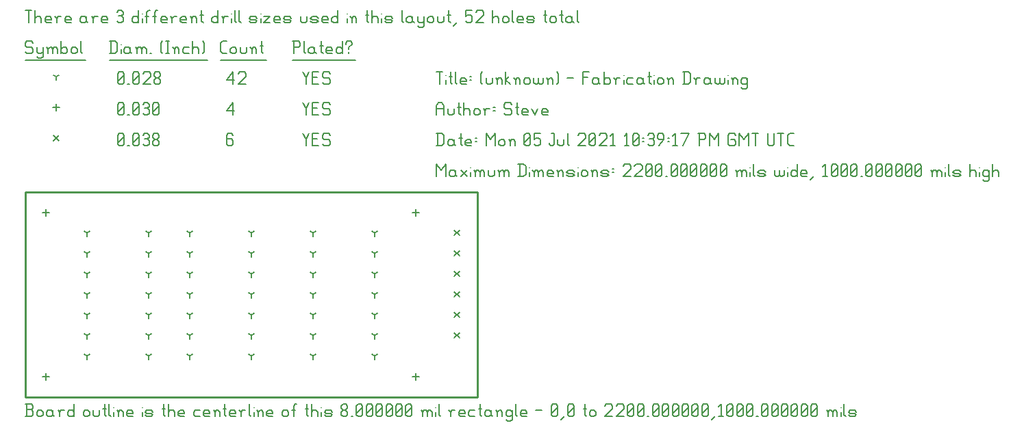
<source format=gbr>
G04 start of page 17 for group -3984 idx -3984 *
G04 Title: (unknown), fab *
G04 Creator: pcb 20140316 *
G04 CreationDate: Mon 05 Jul 2021 10:39:17 PM GMT UTC *
G04 For: steve *
G04 Format: Gerber/RS-274X *
G04 PCB-Dimensions (mil): 2200.00 1000.00 *
G04 PCB-Coordinate-Origin: lower left *
%MOIN*%
%FSLAX25Y25*%
%LNFAB*%
%ADD78C,0.0100*%
%ADD77C,0.0075*%
%ADD76C,0.0060*%
%ADD75C,0.0080*%
G54D75*X208800Y81200D02*X211200Y78800D01*
X208800D02*X211200Y81200D01*
X208800Y71200D02*X211200Y68800D01*
X208800D02*X211200Y71200D01*
X208800Y61200D02*X211200Y58800D01*
X208800D02*X211200Y61200D01*
X208800Y51200D02*X211200Y48800D01*
X208800D02*X211200Y51200D01*
X208800Y41200D02*X211200Y38800D01*
X208800D02*X211200Y41200D01*
X208800Y31200D02*X211200Y28800D01*
X208800D02*X211200Y31200D01*
X13800Y127450D02*X16200Y125050D01*
X13800D02*X16200Y127450D01*
G54D76*X135000Y128500D02*X136500Y125500D01*
X138000Y128500D01*
X136500Y125500D02*Y122500D01*
X139800Y125800D02*X142050D01*
X139800Y122500D02*X142800D01*
X139800Y128500D02*Y122500D01*
Y128500D02*X142800D01*
X147600D02*X148350Y127750D01*
X145350Y128500D02*X147600D01*
X144600Y127750D02*X145350Y128500D01*
X144600Y127750D02*Y126250D01*
X145350Y125500D01*
X147600D01*
X148350Y124750D01*
Y123250D01*
X147600Y122500D02*X148350Y123250D01*
X145350Y122500D02*X147600D01*
X144600Y123250D02*X145350Y122500D01*
X100250Y128500D02*X101000Y127750D01*
X98750Y128500D02*X100250D01*
X98000Y127750D02*X98750Y128500D01*
X98000Y127750D02*Y123250D01*
X98750Y122500D01*
X100250Y125800D02*X101000Y125050D01*
X98000Y125800D02*X100250D01*
X98750Y122500D02*X100250D01*
X101000Y123250D01*
Y125050D02*Y123250D01*
X45000D02*X45750Y122500D01*
X45000Y127750D02*Y123250D01*
Y127750D02*X45750Y128500D01*
X47250D01*
X48000Y127750D01*
Y123250D01*
X47250Y122500D02*X48000Y123250D01*
X45750Y122500D02*X47250D01*
X45000Y124000D02*X48000Y127000D01*
X49800Y122500D02*X50550D01*
X52350Y123250D02*X53100Y122500D01*
X52350Y127750D02*Y123250D01*
Y127750D02*X53100Y128500D01*
X54600D01*
X55350Y127750D01*
Y123250D01*
X54600Y122500D02*X55350Y123250D01*
X53100Y122500D02*X54600D01*
X52350Y124000D02*X55350Y127000D01*
X57150Y127750D02*X57900Y128500D01*
X59400D01*
X60150Y127750D01*
X59400Y122500D02*X60150Y123250D01*
X57900Y122500D02*X59400D01*
X57150Y123250D02*X57900Y122500D01*
Y125800D02*X59400D01*
X60150Y127750D02*Y126550D01*
Y125050D02*Y123250D01*
Y125050D02*X59400Y125800D01*
X60150Y126550D02*X59400Y125800D01*
X61950Y123250D02*X62700Y122500D01*
X61950Y124450D02*Y123250D01*
Y124450D02*X63000Y125500D01*
X63900D01*
X64950Y124450D01*
Y123250D01*
X64200Y122500D02*X64950Y123250D01*
X62700Y122500D02*X64200D01*
X61950Y126550D02*X63000Y125500D01*
X61950Y127750D02*Y126550D01*
Y127750D02*X62700Y128500D01*
X64200D01*
X64950Y127750D01*
Y126550D01*
X63900Y125500D02*X64950Y126550D01*
X10000Y91600D02*Y88400D01*
X8400Y90000D02*X11600D01*
X190000Y91600D02*Y88400D01*
X188400Y90000D02*X191600D01*
X190000Y11600D02*Y8400D01*
X188400Y10000D02*X191600D01*
X10000Y11600D02*Y8400D01*
X8400Y10000D02*X11600D01*
X15000Y142850D02*Y139650D01*
X13400Y141250D02*X16600D01*
X135000Y143500D02*X136500Y140500D01*
X138000Y143500D01*
X136500Y140500D02*Y137500D01*
X139800Y140800D02*X142050D01*
X139800Y137500D02*X142800D01*
X139800Y143500D02*Y137500D01*
Y143500D02*X142800D01*
X147600D02*X148350Y142750D01*
X145350Y143500D02*X147600D01*
X144600Y142750D02*X145350Y143500D01*
X144600Y142750D02*Y141250D01*
X145350Y140500D01*
X147600D01*
X148350Y139750D01*
Y138250D01*
X147600Y137500D02*X148350Y138250D01*
X145350Y137500D02*X147600D01*
X144600Y138250D02*X145350Y137500D01*
X98000Y139750D02*X101000Y143500D01*
X98000Y139750D02*X101750D01*
X101000Y143500D02*Y137500D01*
X45000Y138250D02*X45750Y137500D01*
X45000Y142750D02*Y138250D01*
Y142750D02*X45750Y143500D01*
X47250D01*
X48000Y142750D01*
Y138250D01*
X47250Y137500D02*X48000Y138250D01*
X45750Y137500D02*X47250D01*
X45000Y139000D02*X48000Y142000D01*
X49800Y137500D02*X50550D01*
X52350Y138250D02*X53100Y137500D01*
X52350Y142750D02*Y138250D01*
Y142750D02*X53100Y143500D01*
X54600D01*
X55350Y142750D01*
Y138250D01*
X54600Y137500D02*X55350Y138250D01*
X53100Y137500D02*X54600D01*
X52350Y139000D02*X55350Y142000D01*
X57150Y142750D02*X57900Y143500D01*
X59400D01*
X60150Y142750D01*
X59400Y137500D02*X60150Y138250D01*
X57900Y137500D02*X59400D01*
X57150Y138250D02*X57900Y137500D01*
Y140800D02*X59400D01*
X60150Y142750D02*Y141550D01*
Y140050D02*Y138250D01*
Y140050D02*X59400Y140800D01*
X60150Y141550D02*X59400Y140800D01*
X61950Y138250D02*X62700Y137500D01*
X61950Y142750D02*Y138250D01*
Y142750D02*X62700Y143500D01*
X64200D01*
X64950Y142750D01*
Y138250D01*
X64200Y137500D02*X64950Y138250D01*
X62700Y137500D02*X64200D01*
X61950Y139000D02*X64950Y142000D01*
X140000Y80000D02*Y78400D01*
Y80000D02*X141387Y80800D01*
X140000Y80000D02*X138613Y80800D01*
X140000Y70000D02*Y68400D01*
Y70000D02*X141387Y70800D01*
X140000Y70000D02*X138613Y70800D01*
X140000Y60000D02*Y58400D01*
Y60000D02*X141387Y60800D01*
X140000Y60000D02*X138613Y60800D01*
X140000Y50000D02*Y48400D01*
Y50000D02*X141387Y50800D01*
X140000Y50000D02*X138613Y50800D01*
X140000Y40000D02*Y38400D01*
Y40000D02*X141387Y40800D01*
X140000Y40000D02*X138613Y40800D01*
X140000Y30000D02*Y28400D01*
Y30000D02*X141387Y30800D01*
X140000Y30000D02*X138613Y30800D01*
X140000Y20000D02*Y18400D01*
Y20000D02*X141387Y20800D01*
X140000Y20000D02*X138613Y20800D01*
X170000Y20000D02*Y18400D01*
Y20000D02*X171387Y20800D01*
X170000Y20000D02*X168613Y20800D01*
X170000Y30000D02*Y28400D01*
Y30000D02*X171387Y30800D01*
X170000Y30000D02*X168613Y30800D01*
X170000Y40000D02*Y38400D01*
Y40000D02*X171387Y40800D01*
X170000Y40000D02*X168613Y40800D01*
X170000Y50000D02*Y48400D01*
Y50000D02*X171387Y50800D01*
X170000Y50000D02*X168613Y50800D01*
X170000Y60000D02*Y58400D01*
Y60000D02*X171387Y60800D01*
X170000Y60000D02*X168613Y60800D01*
X170000Y70000D02*Y68400D01*
Y70000D02*X171387Y70800D01*
X170000Y70000D02*X168613Y70800D01*
X170000Y80000D02*Y78400D01*
Y80000D02*X171387Y80800D01*
X170000Y80000D02*X168613Y80800D01*
X30000Y80000D02*Y78400D01*
Y80000D02*X31387Y80800D01*
X30000Y80000D02*X28613Y80800D01*
X30000Y70000D02*Y68400D01*
Y70000D02*X31387Y70800D01*
X30000Y70000D02*X28613Y70800D01*
X30000Y60000D02*Y58400D01*
Y60000D02*X31387Y60800D01*
X30000Y60000D02*X28613Y60800D01*
X30000Y50000D02*Y48400D01*
Y50000D02*X31387Y50800D01*
X30000Y50000D02*X28613Y50800D01*
X30000Y40000D02*Y38400D01*
Y40000D02*X31387Y40800D01*
X30000Y40000D02*X28613Y40800D01*
X30000Y30000D02*Y28400D01*
Y30000D02*X31387Y30800D01*
X30000Y30000D02*X28613Y30800D01*
X30000Y20000D02*Y18400D01*
Y20000D02*X31387Y20800D01*
X30000Y20000D02*X28613Y20800D01*
X60000Y20000D02*Y18400D01*
Y20000D02*X61387Y20800D01*
X60000Y20000D02*X58613Y20800D01*
X60000Y30000D02*Y28400D01*
Y30000D02*X61387Y30800D01*
X60000Y30000D02*X58613Y30800D01*
X60000Y40000D02*Y38400D01*
Y40000D02*X61387Y40800D01*
X60000Y40000D02*X58613Y40800D01*
X60000Y50000D02*Y48400D01*
Y50000D02*X61387Y50800D01*
X60000Y50000D02*X58613Y50800D01*
X60000Y60000D02*Y58400D01*
Y60000D02*X61387Y60800D01*
X60000Y60000D02*X58613Y60800D01*
X60000Y70000D02*Y68400D01*
Y70000D02*X61387Y70800D01*
X60000Y70000D02*X58613Y70800D01*
X60000Y80000D02*Y78400D01*
Y80000D02*X61387Y80800D01*
X60000Y80000D02*X58613Y80800D01*
X80000Y80000D02*Y78400D01*
Y80000D02*X81387Y80800D01*
X80000Y80000D02*X78613Y80800D01*
X80000Y70000D02*Y68400D01*
Y70000D02*X81387Y70800D01*
X80000Y70000D02*X78613Y70800D01*
X80000Y60000D02*Y58400D01*
Y60000D02*X81387Y60800D01*
X80000Y60000D02*X78613Y60800D01*
X80000Y50000D02*Y48400D01*
Y50000D02*X81387Y50800D01*
X80000Y50000D02*X78613Y50800D01*
X80000Y40000D02*Y38400D01*
Y40000D02*X81387Y40800D01*
X80000Y40000D02*X78613Y40800D01*
X80000Y30000D02*Y28400D01*
Y30000D02*X81387Y30800D01*
X80000Y30000D02*X78613Y30800D01*
X80000Y20000D02*Y18400D01*
Y20000D02*X81387Y20800D01*
X80000Y20000D02*X78613Y20800D01*
X110000Y20000D02*Y18400D01*
Y20000D02*X111387Y20800D01*
X110000Y20000D02*X108613Y20800D01*
X110000Y30000D02*Y28400D01*
Y30000D02*X111387Y30800D01*
X110000Y30000D02*X108613Y30800D01*
X110000Y40000D02*Y38400D01*
Y40000D02*X111387Y40800D01*
X110000Y40000D02*X108613Y40800D01*
X110000Y50000D02*Y48400D01*
Y50000D02*X111387Y50800D01*
X110000Y50000D02*X108613Y50800D01*
X110000Y60000D02*Y58400D01*
Y60000D02*X111387Y60800D01*
X110000Y60000D02*X108613Y60800D01*
X110000Y70000D02*Y68400D01*
Y70000D02*X111387Y70800D01*
X110000Y70000D02*X108613Y70800D01*
X110000Y80000D02*Y78400D01*
Y80000D02*X111387Y80800D01*
X110000Y80000D02*X108613Y80800D01*
X15000Y156250D02*Y154650D01*
Y156250D02*X16387Y157050D01*
X15000Y156250D02*X13613Y157050D01*
X135000Y158500D02*X136500Y155500D01*
X138000Y158500D01*
X136500Y155500D02*Y152500D01*
X139800Y155800D02*X142050D01*
X139800Y152500D02*X142800D01*
X139800Y158500D02*Y152500D01*
Y158500D02*X142800D01*
X147600D02*X148350Y157750D01*
X145350Y158500D02*X147600D01*
X144600Y157750D02*X145350Y158500D01*
X144600Y157750D02*Y156250D01*
X145350Y155500D01*
X147600D01*
X148350Y154750D01*
Y153250D01*
X147600Y152500D02*X148350Y153250D01*
X145350Y152500D02*X147600D01*
X144600Y153250D02*X145350Y152500D01*
X98000Y154750D02*X101000Y158500D01*
X98000Y154750D02*X101750D01*
X101000Y158500D02*Y152500D01*
X103550Y157750D02*X104300Y158500D01*
X106550D01*
X107300Y157750D01*
Y156250D01*
X103550Y152500D02*X107300Y156250D01*
X103550Y152500D02*X107300D01*
X45000Y153250D02*X45750Y152500D01*
X45000Y157750D02*Y153250D01*
Y157750D02*X45750Y158500D01*
X47250D01*
X48000Y157750D01*
Y153250D01*
X47250Y152500D02*X48000Y153250D01*
X45750Y152500D02*X47250D01*
X45000Y154000D02*X48000Y157000D01*
X49800Y152500D02*X50550D01*
X52350Y153250D02*X53100Y152500D01*
X52350Y157750D02*Y153250D01*
Y157750D02*X53100Y158500D01*
X54600D01*
X55350Y157750D01*
Y153250D01*
X54600Y152500D02*X55350Y153250D01*
X53100Y152500D02*X54600D01*
X52350Y154000D02*X55350Y157000D01*
X57150Y157750D02*X57900Y158500D01*
X60150D01*
X60900Y157750D01*
Y156250D01*
X57150Y152500D02*X60900Y156250D01*
X57150Y152500D02*X60900D01*
X62700Y153250D02*X63450Y152500D01*
X62700Y154450D02*Y153250D01*
Y154450D02*X63750Y155500D01*
X64650D01*
X65700Y154450D01*
Y153250D01*
X64950Y152500D02*X65700Y153250D01*
X63450Y152500D02*X64950D01*
X62700Y156550D02*X63750Y155500D01*
X62700Y157750D02*Y156550D01*
Y157750D02*X63450Y158500D01*
X64950D01*
X65700Y157750D01*
Y156550D01*
X64650Y155500D02*X65700Y156550D01*
X3000Y173500D02*X3750Y172750D01*
X750Y173500D02*X3000D01*
X0Y172750D02*X750Y173500D01*
X0Y172750D02*Y171250D01*
X750Y170500D01*
X3000D01*
X3750Y169750D01*
Y168250D01*
X3000Y167500D02*X3750Y168250D01*
X750Y167500D02*X3000D01*
X0Y168250D02*X750Y167500D01*
X5550Y170500D02*Y168250D01*
X6300Y167500D01*
X8550Y170500D02*Y166000D01*
X7800Y165250D02*X8550Y166000D01*
X6300Y165250D02*X7800D01*
X5550Y166000D02*X6300Y165250D01*
Y167500D02*X7800D01*
X8550Y168250D01*
X11100Y169750D02*Y167500D01*
Y169750D02*X11850Y170500D01*
X12600D01*
X13350Y169750D01*
Y167500D01*
Y169750D02*X14100Y170500D01*
X14850D01*
X15600Y169750D01*
Y167500D01*
X10350Y170500D02*X11100Y169750D01*
X17400Y173500D02*Y167500D01*
Y168250D02*X18150Y167500D01*
X19650D01*
X20400Y168250D01*
Y169750D02*Y168250D01*
X19650Y170500D02*X20400Y169750D01*
X18150Y170500D02*X19650D01*
X17400Y169750D02*X18150Y170500D01*
X22200Y169750D02*Y168250D01*
Y169750D02*X22950Y170500D01*
X24450D01*
X25200Y169750D01*
Y168250D01*
X24450Y167500D02*X25200Y168250D01*
X22950Y167500D02*X24450D01*
X22200Y168250D02*X22950Y167500D01*
X27000Y173500D02*Y168250D01*
X27750Y167500D01*
X0Y164250D02*X29250D01*
X41750Y173500D02*Y167500D01*
X43700Y173500D02*X44750Y172450D01*
Y168550D01*
X43700Y167500D02*X44750Y168550D01*
X41000Y167500D02*X43700D01*
X41000Y173500D02*X43700D01*
G54D77*X46550Y172000D02*Y171850D01*
G54D76*Y169750D02*Y167500D01*
X50300Y170500D02*X51050Y169750D01*
X48800Y170500D02*X50300D01*
X48050Y169750D02*X48800Y170500D01*
X48050Y169750D02*Y168250D01*
X48800Y167500D01*
X51050Y170500D02*Y168250D01*
X51800Y167500D01*
X48800D02*X50300D01*
X51050Y168250D01*
X54350Y169750D02*Y167500D01*
Y169750D02*X55100Y170500D01*
X55850D01*
X56600Y169750D01*
Y167500D01*
Y169750D02*X57350Y170500D01*
X58100D01*
X58850Y169750D01*
Y167500D01*
X53600Y170500D02*X54350Y169750D01*
X60650Y167500D02*X61400D01*
X65900Y168250D02*X66650Y167500D01*
X65900Y172750D02*X66650Y173500D01*
X65900Y172750D02*Y168250D01*
X68450Y173500D02*X69950D01*
X69200D02*Y167500D01*
X68450D02*X69950D01*
X72500Y169750D02*Y167500D01*
Y169750D02*X73250Y170500D01*
X74000D01*
X74750Y169750D01*
Y167500D01*
X71750Y170500D02*X72500Y169750D01*
X77300Y170500D02*X79550D01*
X76550Y169750D02*X77300Y170500D01*
X76550Y169750D02*Y168250D01*
X77300Y167500D01*
X79550D01*
X81350Y173500D02*Y167500D01*
Y169750D02*X82100Y170500D01*
X83600D01*
X84350Y169750D01*
Y167500D01*
X86150Y173500D02*X86900Y172750D01*
Y168250D01*
X86150Y167500D02*X86900Y168250D01*
X41000Y164250D02*X88700D01*
X96050Y167500D02*X98000D01*
X95000Y168550D02*X96050Y167500D01*
X95000Y172450D02*Y168550D01*
Y172450D02*X96050Y173500D01*
X98000D01*
X99800Y169750D02*Y168250D01*
Y169750D02*X100550Y170500D01*
X102050D01*
X102800Y169750D01*
Y168250D01*
X102050Y167500D02*X102800Y168250D01*
X100550Y167500D02*X102050D01*
X99800Y168250D02*X100550Y167500D01*
X104600Y170500D02*Y168250D01*
X105350Y167500D01*
X106850D01*
X107600Y168250D01*
Y170500D02*Y168250D01*
X110150Y169750D02*Y167500D01*
Y169750D02*X110900Y170500D01*
X111650D01*
X112400Y169750D01*
Y167500D01*
X109400Y170500D02*X110150Y169750D01*
X114950Y173500D02*Y168250D01*
X115700Y167500D01*
X114200Y171250D02*X115700D01*
X95000Y164250D02*X117200D01*
X130750Y173500D02*Y167500D01*
X130000Y173500D02*X133000D01*
X133750Y172750D01*
Y171250D01*
X133000Y170500D02*X133750Y171250D01*
X130750Y170500D02*X133000D01*
X135550Y173500D02*Y168250D01*
X136300Y167500D01*
X140050Y170500D02*X140800Y169750D01*
X138550Y170500D02*X140050D01*
X137800Y169750D02*X138550Y170500D01*
X137800Y169750D02*Y168250D01*
X138550Y167500D01*
X140800Y170500D02*Y168250D01*
X141550Y167500D01*
X138550D02*X140050D01*
X140800Y168250D01*
X144100Y173500D02*Y168250D01*
X144850Y167500D01*
X143350Y171250D02*X144850D01*
X147100Y167500D02*X149350D01*
X146350Y168250D02*X147100Y167500D01*
X146350Y169750D02*Y168250D01*
Y169750D02*X147100Y170500D01*
X148600D01*
X149350Y169750D01*
X146350Y169000D02*X149350D01*
Y169750D02*Y169000D01*
X154150Y173500D02*Y167500D01*
X153400D02*X154150Y168250D01*
X151900Y167500D02*X153400D01*
X151150Y168250D02*X151900Y167500D01*
X151150Y169750D02*Y168250D01*
Y169750D02*X151900Y170500D01*
X153400D01*
X154150Y169750D01*
X157450Y170500D02*Y169750D01*
Y168250D02*Y167500D01*
X155950Y172750D02*Y172000D01*
Y172750D02*X156700Y173500D01*
X158200D01*
X158950Y172750D01*
Y172000D01*
X157450Y170500D02*X158950Y172000D01*
X130000Y164250D02*X160750D01*
X0Y188500D02*X3000D01*
X1500D02*Y182500D01*
X4800Y188500D02*Y182500D01*
Y184750D02*X5550Y185500D01*
X7050D01*
X7800Y184750D01*
Y182500D01*
X10350D02*X12600D01*
X9600Y183250D02*X10350Y182500D01*
X9600Y184750D02*Y183250D01*
Y184750D02*X10350Y185500D01*
X11850D01*
X12600Y184750D01*
X9600Y184000D02*X12600D01*
Y184750D02*Y184000D01*
X15150Y184750D02*Y182500D01*
Y184750D02*X15900Y185500D01*
X17400D01*
X14400D02*X15150Y184750D01*
X19950Y182500D02*X22200D01*
X19200Y183250D02*X19950Y182500D01*
X19200Y184750D02*Y183250D01*
Y184750D02*X19950Y185500D01*
X21450D01*
X22200Y184750D01*
X19200Y184000D02*X22200D01*
Y184750D02*Y184000D01*
X28950Y185500D02*X29700Y184750D01*
X27450Y185500D02*X28950D01*
X26700Y184750D02*X27450Y185500D01*
X26700Y184750D02*Y183250D01*
X27450Y182500D01*
X29700Y185500D02*Y183250D01*
X30450Y182500D01*
X27450D02*X28950D01*
X29700Y183250D01*
X33000Y184750D02*Y182500D01*
Y184750D02*X33750Y185500D01*
X35250D01*
X32250D02*X33000Y184750D01*
X37800Y182500D02*X40050D01*
X37050Y183250D02*X37800Y182500D01*
X37050Y184750D02*Y183250D01*
Y184750D02*X37800Y185500D01*
X39300D01*
X40050Y184750D01*
X37050Y184000D02*X40050D01*
Y184750D02*Y184000D01*
X44550Y187750D02*X45300Y188500D01*
X46800D01*
X47550Y187750D01*
X46800Y182500D02*X47550Y183250D01*
X45300Y182500D02*X46800D01*
X44550Y183250D02*X45300Y182500D01*
Y185800D02*X46800D01*
X47550Y187750D02*Y186550D01*
Y185050D02*Y183250D01*
Y185050D02*X46800Y185800D01*
X47550Y186550D02*X46800Y185800D01*
X55050Y188500D02*Y182500D01*
X54300D02*X55050Y183250D01*
X52800Y182500D02*X54300D01*
X52050Y183250D02*X52800Y182500D01*
X52050Y184750D02*Y183250D01*
Y184750D02*X52800Y185500D01*
X54300D01*
X55050Y184750D01*
G54D77*X56850Y187000D02*Y186850D01*
G54D76*Y184750D02*Y182500D01*
X59100Y187750D02*Y182500D01*
Y187750D02*X59850Y188500D01*
X60600D01*
X58350Y185500D02*X59850D01*
X62850Y187750D02*Y182500D01*
Y187750D02*X63600Y188500D01*
X64350D01*
X62100Y185500D02*X63600D01*
X66600Y182500D02*X68850D01*
X65850Y183250D02*X66600Y182500D01*
X65850Y184750D02*Y183250D01*
Y184750D02*X66600Y185500D01*
X68100D01*
X68850Y184750D01*
X65850Y184000D02*X68850D01*
Y184750D02*Y184000D01*
X71400Y184750D02*Y182500D01*
Y184750D02*X72150Y185500D01*
X73650D01*
X70650D02*X71400Y184750D01*
X76200Y182500D02*X78450D01*
X75450Y183250D02*X76200Y182500D01*
X75450Y184750D02*Y183250D01*
Y184750D02*X76200Y185500D01*
X77700D01*
X78450Y184750D01*
X75450Y184000D02*X78450D01*
Y184750D02*Y184000D01*
X81000Y184750D02*Y182500D01*
Y184750D02*X81750Y185500D01*
X82500D01*
X83250Y184750D01*
Y182500D01*
X80250Y185500D02*X81000Y184750D01*
X85800Y188500D02*Y183250D01*
X86550Y182500D01*
X85050Y186250D02*X86550D01*
X93750Y188500D02*Y182500D01*
X93000D02*X93750Y183250D01*
X91500Y182500D02*X93000D01*
X90750Y183250D02*X91500Y182500D01*
X90750Y184750D02*Y183250D01*
Y184750D02*X91500Y185500D01*
X93000D01*
X93750Y184750D01*
X96300D02*Y182500D01*
Y184750D02*X97050Y185500D01*
X98550D01*
X95550D02*X96300Y184750D01*
G54D77*X100350Y187000D02*Y186850D01*
G54D76*Y184750D02*Y182500D01*
X101850Y188500D02*Y183250D01*
X102600Y182500D01*
X104100Y188500D02*Y183250D01*
X104850Y182500D01*
X109800D02*X112050D01*
X112800Y183250D01*
X112050Y184000D02*X112800Y183250D01*
X109800Y184000D02*X112050D01*
X109050Y184750D02*X109800Y184000D01*
X109050Y184750D02*X109800Y185500D01*
X112050D01*
X112800Y184750D01*
X109050Y183250D02*X109800Y182500D01*
G54D77*X114600Y187000D02*Y186850D01*
G54D76*Y184750D02*Y182500D01*
X116100Y185500D02*X119100D01*
X116100Y182500D02*X119100Y185500D01*
X116100Y182500D02*X119100D01*
X121650D02*X123900D01*
X120900Y183250D02*X121650Y182500D01*
X120900Y184750D02*Y183250D01*
Y184750D02*X121650Y185500D01*
X123150D01*
X123900Y184750D01*
X120900Y184000D02*X123900D01*
Y184750D02*Y184000D01*
X126450Y182500D02*X128700D01*
X129450Y183250D01*
X128700Y184000D02*X129450Y183250D01*
X126450Y184000D02*X128700D01*
X125700Y184750D02*X126450Y184000D01*
X125700Y184750D02*X126450Y185500D01*
X128700D01*
X129450Y184750D01*
X125700Y183250D02*X126450Y182500D01*
X133950Y185500D02*Y183250D01*
X134700Y182500D01*
X136200D01*
X136950Y183250D01*
Y185500D02*Y183250D01*
X139500Y182500D02*X141750D01*
X142500Y183250D01*
X141750Y184000D02*X142500Y183250D01*
X139500Y184000D02*X141750D01*
X138750Y184750D02*X139500Y184000D01*
X138750Y184750D02*X139500Y185500D01*
X141750D01*
X142500Y184750D01*
X138750Y183250D02*X139500Y182500D01*
X145050D02*X147300D01*
X144300Y183250D02*X145050Y182500D01*
X144300Y184750D02*Y183250D01*
Y184750D02*X145050Y185500D01*
X146550D01*
X147300Y184750D01*
X144300Y184000D02*X147300D01*
Y184750D02*Y184000D01*
X152100Y188500D02*Y182500D01*
X151350D02*X152100Y183250D01*
X149850Y182500D02*X151350D01*
X149100Y183250D02*X149850Y182500D01*
X149100Y184750D02*Y183250D01*
Y184750D02*X149850Y185500D01*
X151350D01*
X152100Y184750D01*
G54D77*X156600Y187000D02*Y186850D01*
G54D76*Y184750D02*Y182500D01*
X158850Y184750D02*Y182500D01*
Y184750D02*X159600Y185500D01*
X160350D01*
X161100Y184750D01*
Y182500D01*
X158100Y185500D02*X158850Y184750D01*
X166350Y188500D02*Y183250D01*
X167100Y182500D01*
X165600Y186250D02*X167100D01*
X168600Y188500D02*Y182500D01*
Y184750D02*X169350Y185500D01*
X170850D01*
X171600Y184750D01*
Y182500D01*
G54D77*X173400Y187000D02*Y186850D01*
G54D76*Y184750D02*Y182500D01*
X175650D02*X177900D01*
X178650Y183250D01*
X177900Y184000D02*X178650Y183250D01*
X175650Y184000D02*X177900D01*
X174900Y184750D02*X175650Y184000D01*
X174900Y184750D02*X175650Y185500D01*
X177900D01*
X178650Y184750D01*
X174900Y183250D02*X175650Y182500D01*
X183150Y188500D02*Y183250D01*
X183900Y182500D01*
X187650Y185500D02*X188400Y184750D01*
X186150Y185500D02*X187650D01*
X185400Y184750D02*X186150Y185500D01*
X185400Y184750D02*Y183250D01*
X186150Y182500D01*
X188400Y185500D02*Y183250D01*
X189150Y182500D01*
X186150D02*X187650D01*
X188400Y183250D01*
X190950Y185500D02*Y183250D01*
X191700Y182500D01*
X193950Y185500D02*Y181000D01*
X193200Y180250D02*X193950Y181000D01*
X191700Y180250D02*X193200D01*
X190950Y181000D02*X191700Y180250D01*
Y182500D02*X193200D01*
X193950Y183250D01*
X195750Y184750D02*Y183250D01*
Y184750D02*X196500Y185500D01*
X198000D01*
X198750Y184750D01*
Y183250D01*
X198000Y182500D02*X198750Y183250D01*
X196500Y182500D02*X198000D01*
X195750Y183250D02*X196500Y182500D01*
X200550Y185500D02*Y183250D01*
X201300Y182500D01*
X202800D01*
X203550Y183250D01*
Y185500D02*Y183250D01*
X206100Y188500D02*Y183250D01*
X206850Y182500D01*
X205350Y186250D02*X206850D01*
X208350Y181000D02*X209850Y182500D01*
X214350Y188500D02*X217350D01*
X214350D02*Y185500D01*
X215100Y186250D01*
X216600D01*
X217350Y185500D01*
Y183250D01*
X216600Y182500D02*X217350Y183250D01*
X215100Y182500D02*X216600D01*
X214350Y183250D02*X215100Y182500D01*
X219150Y187750D02*X219900Y188500D01*
X222150D01*
X222900Y187750D01*
Y186250D01*
X219150Y182500D02*X222900Y186250D01*
X219150Y182500D02*X222900D01*
X227400Y188500D02*Y182500D01*
Y184750D02*X228150Y185500D01*
X229650D01*
X230400Y184750D01*
Y182500D01*
X232200Y184750D02*Y183250D01*
Y184750D02*X232950Y185500D01*
X234450D01*
X235200Y184750D01*
Y183250D01*
X234450Y182500D02*X235200Y183250D01*
X232950Y182500D02*X234450D01*
X232200Y183250D02*X232950Y182500D01*
X237000Y188500D02*Y183250D01*
X237750Y182500D01*
X240000D02*X242250D01*
X239250Y183250D02*X240000Y182500D01*
X239250Y184750D02*Y183250D01*
Y184750D02*X240000Y185500D01*
X241500D01*
X242250Y184750D01*
X239250Y184000D02*X242250D01*
Y184750D02*Y184000D01*
X244800Y182500D02*X247050D01*
X247800Y183250D01*
X247050Y184000D02*X247800Y183250D01*
X244800Y184000D02*X247050D01*
X244050Y184750D02*X244800Y184000D01*
X244050Y184750D02*X244800Y185500D01*
X247050D01*
X247800Y184750D01*
X244050Y183250D02*X244800Y182500D01*
X253050Y188500D02*Y183250D01*
X253800Y182500D01*
X252300Y186250D02*X253800D01*
X255300Y184750D02*Y183250D01*
Y184750D02*X256050Y185500D01*
X257550D01*
X258300Y184750D01*
Y183250D01*
X257550Y182500D02*X258300Y183250D01*
X256050Y182500D02*X257550D01*
X255300Y183250D02*X256050Y182500D01*
X260850Y188500D02*Y183250D01*
X261600Y182500D01*
X260100Y186250D02*X261600D01*
X265350Y185500D02*X266100Y184750D01*
X263850Y185500D02*X265350D01*
X263100Y184750D02*X263850Y185500D01*
X263100Y184750D02*Y183250D01*
X263850Y182500D01*
X266100Y185500D02*Y183250D01*
X266850Y182500D01*
X263850D02*X265350D01*
X266100Y183250D01*
X268650Y188500D02*Y183250D01*
X269400Y182500D01*
G54D78*X0Y100000D02*X220000D01*
X0D02*Y0D01*
X220000Y100000D02*Y0D01*
X0D02*X220000D01*
G54D76*X200000Y113500D02*Y107500D01*
Y113500D02*X202250Y110500D01*
X204500Y113500D01*
Y107500D01*
X208550Y110500D02*X209300Y109750D01*
X207050Y110500D02*X208550D01*
X206300Y109750D02*X207050Y110500D01*
X206300Y109750D02*Y108250D01*
X207050Y107500D01*
X209300Y110500D02*Y108250D01*
X210050Y107500D01*
X207050D02*X208550D01*
X209300Y108250D01*
X211850Y110500D02*X214850Y107500D01*
X211850D02*X214850Y110500D01*
G54D77*X216650Y112000D02*Y111850D01*
G54D76*Y109750D02*Y107500D01*
X218900Y109750D02*Y107500D01*
Y109750D02*X219650Y110500D01*
X220400D01*
X221150Y109750D01*
Y107500D01*
Y109750D02*X221900Y110500D01*
X222650D01*
X223400Y109750D01*
Y107500D01*
X218150Y110500D02*X218900Y109750D01*
X225200Y110500D02*Y108250D01*
X225950Y107500D01*
X227450D01*
X228200Y108250D01*
Y110500D02*Y108250D01*
X230750Y109750D02*Y107500D01*
Y109750D02*X231500Y110500D01*
X232250D01*
X233000Y109750D01*
Y107500D01*
Y109750D02*X233750Y110500D01*
X234500D01*
X235250Y109750D01*
Y107500D01*
X230000Y110500D02*X230750Y109750D01*
X240500Y113500D02*Y107500D01*
X242450Y113500D02*X243500Y112450D01*
Y108550D01*
X242450Y107500D02*X243500Y108550D01*
X239750Y107500D02*X242450D01*
X239750Y113500D02*X242450D01*
G54D77*X245300Y112000D02*Y111850D01*
G54D76*Y109750D02*Y107500D01*
X247550Y109750D02*Y107500D01*
Y109750D02*X248300Y110500D01*
X249050D01*
X249800Y109750D01*
Y107500D01*
Y109750D02*X250550Y110500D01*
X251300D01*
X252050Y109750D01*
Y107500D01*
X246800Y110500D02*X247550Y109750D01*
X254600Y107500D02*X256850D01*
X253850Y108250D02*X254600Y107500D01*
X253850Y109750D02*Y108250D01*
Y109750D02*X254600Y110500D01*
X256100D01*
X256850Y109750D01*
X253850Y109000D02*X256850D01*
Y109750D02*Y109000D01*
X259400Y109750D02*Y107500D01*
Y109750D02*X260150Y110500D01*
X260900D01*
X261650Y109750D01*
Y107500D01*
X258650Y110500D02*X259400Y109750D01*
X264200Y107500D02*X266450D01*
X267200Y108250D01*
X266450Y109000D02*X267200Y108250D01*
X264200Y109000D02*X266450D01*
X263450Y109750D02*X264200Y109000D01*
X263450Y109750D02*X264200Y110500D01*
X266450D01*
X267200Y109750D01*
X263450Y108250D02*X264200Y107500D01*
G54D77*X269000Y112000D02*Y111850D01*
G54D76*Y109750D02*Y107500D01*
X270500Y109750D02*Y108250D01*
Y109750D02*X271250Y110500D01*
X272750D01*
X273500Y109750D01*
Y108250D01*
X272750Y107500D02*X273500Y108250D01*
X271250Y107500D02*X272750D01*
X270500Y108250D02*X271250Y107500D01*
X276050Y109750D02*Y107500D01*
Y109750D02*X276800Y110500D01*
X277550D01*
X278300Y109750D01*
Y107500D01*
X275300Y110500D02*X276050Y109750D01*
X280850Y107500D02*X283100D01*
X283850Y108250D01*
X283100Y109000D02*X283850Y108250D01*
X280850Y109000D02*X283100D01*
X280100Y109750D02*X280850Y109000D01*
X280100Y109750D02*X280850Y110500D01*
X283100D01*
X283850Y109750D01*
X280100Y108250D02*X280850Y107500D01*
X285650Y111250D02*X286400D01*
X285650Y109750D02*X286400D01*
X290900Y112750D02*X291650Y113500D01*
X293900D01*
X294650Y112750D01*
Y111250D01*
X290900Y107500D02*X294650Y111250D01*
X290900Y107500D02*X294650D01*
X296450Y112750D02*X297200Y113500D01*
X299450D01*
X300200Y112750D01*
Y111250D01*
X296450Y107500D02*X300200Y111250D01*
X296450Y107500D02*X300200D01*
X302000Y108250D02*X302750Y107500D01*
X302000Y112750D02*Y108250D01*
Y112750D02*X302750Y113500D01*
X304250D01*
X305000Y112750D01*
Y108250D01*
X304250Y107500D02*X305000Y108250D01*
X302750Y107500D02*X304250D01*
X302000Y109000D02*X305000Y112000D01*
X306800Y108250D02*X307550Y107500D01*
X306800Y112750D02*Y108250D01*
Y112750D02*X307550Y113500D01*
X309050D01*
X309800Y112750D01*
Y108250D01*
X309050Y107500D02*X309800Y108250D01*
X307550Y107500D02*X309050D01*
X306800Y109000D02*X309800Y112000D01*
X311600Y107500D02*X312350D01*
X314150Y108250D02*X314900Y107500D01*
X314150Y112750D02*Y108250D01*
Y112750D02*X314900Y113500D01*
X316400D01*
X317150Y112750D01*
Y108250D01*
X316400Y107500D02*X317150Y108250D01*
X314900Y107500D02*X316400D01*
X314150Y109000D02*X317150Y112000D01*
X318950Y108250D02*X319700Y107500D01*
X318950Y112750D02*Y108250D01*
Y112750D02*X319700Y113500D01*
X321200D01*
X321950Y112750D01*
Y108250D01*
X321200Y107500D02*X321950Y108250D01*
X319700Y107500D02*X321200D01*
X318950Y109000D02*X321950Y112000D01*
X323750Y108250D02*X324500Y107500D01*
X323750Y112750D02*Y108250D01*
Y112750D02*X324500Y113500D01*
X326000D01*
X326750Y112750D01*
Y108250D01*
X326000Y107500D02*X326750Y108250D01*
X324500Y107500D02*X326000D01*
X323750Y109000D02*X326750Y112000D01*
X328550Y108250D02*X329300Y107500D01*
X328550Y112750D02*Y108250D01*
Y112750D02*X329300Y113500D01*
X330800D01*
X331550Y112750D01*
Y108250D01*
X330800Y107500D02*X331550Y108250D01*
X329300Y107500D02*X330800D01*
X328550Y109000D02*X331550Y112000D01*
X333350Y108250D02*X334100Y107500D01*
X333350Y112750D02*Y108250D01*
Y112750D02*X334100Y113500D01*
X335600D01*
X336350Y112750D01*
Y108250D01*
X335600Y107500D02*X336350Y108250D01*
X334100Y107500D02*X335600D01*
X333350Y109000D02*X336350Y112000D01*
X338150Y108250D02*X338900Y107500D01*
X338150Y112750D02*Y108250D01*
Y112750D02*X338900Y113500D01*
X340400D01*
X341150Y112750D01*
Y108250D01*
X340400Y107500D02*X341150Y108250D01*
X338900Y107500D02*X340400D01*
X338150Y109000D02*X341150Y112000D01*
X346400Y109750D02*Y107500D01*
Y109750D02*X347150Y110500D01*
X347900D01*
X348650Y109750D01*
Y107500D01*
Y109750D02*X349400Y110500D01*
X350150D01*
X350900Y109750D01*
Y107500D01*
X345650Y110500D02*X346400Y109750D01*
G54D77*X352700Y112000D02*Y111850D01*
G54D76*Y109750D02*Y107500D01*
X354200Y113500D02*Y108250D01*
X354950Y107500D01*
X357200D02*X359450D01*
X360200Y108250D01*
X359450Y109000D02*X360200Y108250D01*
X357200Y109000D02*X359450D01*
X356450Y109750D02*X357200Y109000D01*
X356450Y109750D02*X357200Y110500D01*
X359450D01*
X360200Y109750D01*
X356450Y108250D02*X357200Y107500D01*
X364700Y110500D02*Y108250D01*
X365450Y107500D01*
X366200D01*
X366950Y108250D01*
Y110500D02*Y108250D01*
X367700Y107500D01*
X368450D01*
X369200Y108250D01*
Y110500D02*Y108250D01*
G54D77*X371000Y112000D02*Y111850D01*
G54D76*Y109750D02*Y107500D01*
X375500Y113500D02*Y107500D01*
X374750D02*X375500Y108250D01*
X373250Y107500D02*X374750D01*
X372500Y108250D02*X373250Y107500D01*
X372500Y109750D02*Y108250D01*
Y109750D02*X373250Y110500D01*
X374750D01*
X375500Y109750D01*
X378050Y107500D02*X380300D01*
X377300Y108250D02*X378050Y107500D01*
X377300Y109750D02*Y108250D01*
Y109750D02*X378050Y110500D01*
X379550D01*
X380300Y109750D01*
X377300Y109000D02*X380300D01*
Y109750D02*Y109000D01*
X382100Y106000D02*X383600Y107500D01*
X388100Y112300D02*X389300Y113500D01*
Y107500D01*
X388100D02*X390350D01*
X392150Y108250D02*X392900Y107500D01*
X392150Y112750D02*Y108250D01*
Y112750D02*X392900Y113500D01*
X394400D01*
X395150Y112750D01*
Y108250D01*
X394400Y107500D02*X395150Y108250D01*
X392900Y107500D02*X394400D01*
X392150Y109000D02*X395150Y112000D01*
X396950Y108250D02*X397700Y107500D01*
X396950Y112750D02*Y108250D01*
Y112750D02*X397700Y113500D01*
X399200D01*
X399950Y112750D01*
Y108250D01*
X399200Y107500D02*X399950Y108250D01*
X397700Y107500D02*X399200D01*
X396950Y109000D02*X399950Y112000D01*
X401750Y108250D02*X402500Y107500D01*
X401750Y112750D02*Y108250D01*
Y112750D02*X402500Y113500D01*
X404000D01*
X404750Y112750D01*
Y108250D01*
X404000Y107500D02*X404750Y108250D01*
X402500Y107500D02*X404000D01*
X401750Y109000D02*X404750Y112000D01*
X406550Y107500D02*X407300D01*
X409100Y108250D02*X409850Y107500D01*
X409100Y112750D02*Y108250D01*
Y112750D02*X409850Y113500D01*
X411350D01*
X412100Y112750D01*
Y108250D01*
X411350Y107500D02*X412100Y108250D01*
X409850Y107500D02*X411350D01*
X409100Y109000D02*X412100Y112000D01*
X413900Y108250D02*X414650Y107500D01*
X413900Y112750D02*Y108250D01*
Y112750D02*X414650Y113500D01*
X416150D01*
X416900Y112750D01*
Y108250D01*
X416150Y107500D02*X416900Y108250D01*
X414650Y107500D02*X416150D01*
X413900Y109000D02*X416900Y112000D01*
X418700Y108250D02*X419450Y107500D01*
X418700Y112750D02*Y108250D01*
Y112750D02*X419450Y113500D01*
X420950D01*
X421700Y112750D01*
Y108250D01*
X420950Y107500D02*X421700Y108250D01*
X419450Y107500D02*X420950D01*
X418700Y109000D02*X421700Y112000D01*
X423500Y108250D02*X424250Y107500D01*
X423500Y112750D02*Y108250D01*
Y112750D02*X424250Y113500D01*
X425750D01*
X426500Y112750D01*
Y108250D01*
X425750Y107500D02*X426500Y108250D01*
X424250Y107500D02*X425750D01*
X423500Y109000D02*X426500Y112000D01*
X428300Y108250D02*X429050Y107500D01*
X428300Y112750D02*Y108250D01*
Y112750D02*X429050Y113500D01*
X430550D01*
X431300Y112750D01*
Y108250D01*
X430550Y107500D02*X431300Y108250D01*
X429050Y107500D02*X430550D01*
X428300Y109000D02*X431300Y112000D01*
X433100Y108250D02*X433850Y107500D01*
X433100Y112750D02*Y108250D01*
Y112750D02*X433850Y113500D01*
X435350D01*
X436100Y112750D01*
Y108250D01*
X435350Y107500D02*X436100Y108250D01*
X433850Y107500D02*X435350D01*
X433100Y109000D02*X436100Y112000D01*
X441350Y109750D02*Y107500D01*
Y109750D02*X442100Y110500D01*
X442850D01*
X443600Y109750D01*
Y107500D01*
Y109750D02*X444350Y110500D01*
X445100D01*
X445850Y109750D01*
Y107500D01*
X440600Y110500D02*X441350Y109750D01*
G54D77*X447650Y112000D02*Y111850D01*
G54D76*Y109750D02*Y107500D01*
X449150Y113500D02*Y108250D01*
X449900Y107500D01*
X452150D02*X454400D01*
X455150Y108250D01*
X454400Y109000D02*X455150Y108250D01*
X452150Y109000D02*X454400D01*
X451400Y109750D02*X452150Y109000D01*
X451400Y109750D02*X452150Y110500D01*
X454400D01*
X455150Y109750D01*
X451400Y108250D02*X452150Y107500D01*
X459650Y113500D02*Y107500D01*
Y109750D02*X460400Y110500D01*
X461900D01*
X462650Y109750D01*
Y107500D01*
G54D77*X464450Y112000D02*Y111850D01*
G54D76*Y109750D02*Y107500D01*
X468200Y110500D02*X468950Y109750D01*
X466700Y110500D02*X468200D01*
X465950Y109750D02*X466700Y110500D01*
X465950Y109750D02*Y108250D01*
X466700Y107500D01*
X468200D01*
X468950Y108250D01*
X465950Y106000D02*X466700Y105250D01*
X468200D01*
X468950Y106000D01*
Y110500D02*Y106000D01*
X470750Y113500D02*Y107500D01*
Y109750D02*X471500Y110500D01*
X473000D01*
X473750Y109750D01*
Y107500D01*
X0Y-9500D02*X3000D01*
X3750Y-8750D01*
Y-6950D02*Y-8750D01*
X3000Y-6200D02*X3750Y-6950D01*
X750Y-6200D02*X3000D01*
X750Y-3500D02*Y-9500D01*
X0Y-3500D02*X3000D01*
X3750Y-4250D01*
Y-5450D01*
X3000Y-6200D02*X3750Y-5450D01*
X5550Y-7250D02*Y-8750D01*
Y-7250D02*X6300Y-6500D01*
X7800D01*
X8550Y-7250D01*
Y-8750D01*
X7800Y-9500D02*X8550Y-8750D01*
X6300Y-9500D02*X7800D01*
X5550Y-8750D02*X6300Y-9500D01*
X12600Y-6500D02*X13350Y-7250D01*
X11100Y-6500D02*X12600D01*
X10350Y-7250D02*X11100Y-6500D01*
X10350Y-7250D02*Y-8750D01*
X11100Y-9500D01*
X13350Y-6500D02*Y-8750D01*
X14100Y-9500D01*
X11100D02*X12600D01*
X13350Y-8750D01*
X16650Y-7250D02*Y-9500D01*
Y-7250D02*X17400Y-6500D01*
X18900D01*
X15900D02*X16650Y-7250D01*
X23700Y-3500D02*Y-9500D01*
X22950D02*X23700Y-8750D01*
X21450Y-9500D02*X22950D01*
X20700Y-8750D02*X21450Y-9500D01*
X20700Y-7250D02*Y-8750D01*
Y-7250D02*X21450Y-6500D01*
X22950D01*
X23700Y-7250D01*
X28200D02*Y-8750D01*
Y-7250D02*X28950Y-6500D01*
X30450D01*
X31200Y-7250D01*
Y-8750D01*
X30450Y-9500D02*X31200Y-8750D01*
X28950Y-9500D02*X30450D01*
X28200Y-8750D02*X28950Y-9500D01*
X33000Y-6500D02*Y-8750D01*
X33750Y-9500D01*
X35250D01*
X36000Y-8750D01*
Y-6500D02*Y-8750D01*
X38550Y-3500D02*Y-8750D01*
X39300Y-9500D01*
X37800Y-5750D02*X39300D01*
X40800Y-3500D02*Y-8750D01*
X41550Y-9500D01*
G54D77*X43050Y-5000D02*Y-5150D01*
G54D76*Y-7250D02*Y-9500D01*
X45300Y-7250D02*Y-9500D01*
Y-7250D02*X46050Y-6500D01*
X46800D01*
X47550Y-7250D01*
Y-9500D01*
X44550Y-6500D02*X45300Y-7250D01*
X50100Y-9500D02*X52350D01*
X49350Y-8750D02*X50100Y-9500D01*
X49350Y-7250D02*Y-8750D01*
Y-7250D02*X50100Y-6500D01*
X51600D01*
X52350Y-7250D01*
X49350Y-8000D02*X52350D01*
Y-7250D02*Y-8000D01*
G54D77*X56850Y-5000D02*Y-5150D01*
G54D76*Y-7250D02*Y-9500D01*
X59100D02*X61350D01*
X62100Y-8750D01*
X61350Y-8000D02*X62100Y-8750D01*
X59100Y-8000D02*X61350D01*
X58350Y-7250D02*X59100Y-8000D01*
X58350Y-7250D02*X59100Y-6500D01*
X61350D01*
X62100Y-7250D01*
X58350Y-8750D02*X59100Y-9500D01*
X67350Y-3500D02*Y-8750D01*
X68100Y-9500D01*
X66600Y-5750D02*X68100D01*
X69600Y-3500D02*Y-9500D01*
Y-7250D02*X70350Y-6500D01*
X71850D01*
X72600Y-7250D01*
Y-9500D01*
X75150D02*X77400D01*
X74400Y-8750D02*X75150Y-9500D01*
X74400Y-7250D02*Y-8750D01*
Y-7250D02*X75150Y-6500D01*
X76650D01*
X77400Y-7250D01*
X74400Y-8000D02*X77400D01*
Y-7250D02*Y-8000D01*
X82650Y-6500D02*X84900D01*
X81900Y-7250D02*X82650Y-6500D01*
X81900Y-7250D02*Y-8750D01*
X82650Y-9500D01*
X84900D01*
X87450D02*X89700D01*
X86700Y-8750D02*X87450Y-9500D01*
X86700Y-7250D02*Y-8750D01*
Y-7250D02*X87450Y-6500D01*
X88950D01*
X89700Y-7250D01*
X86700Y-8000D02*X89700D01*
Y-7250D02*Y-8000D01*
X92250Y-7250D02*Y-9500D01*
Y-7250D02*X93000Y-6500D01*
X93750D01*
X94500Y-7250D01*
Y-9500D01*
X91500Y-6500D02*X92250Y-7250D01*
X97050Y-3500D02*Y-8750D01*
X97800Y-9500D01*
X96300Y-5750D02*X97800D01*
X100050Y-9500D02*X102300D01*
X99300Y-8750D02*X100050Y-9500D01*
X99300Y-7250D02*Y-8750D01*
Y-7250D02*X100050Y-6500D01*
X101550D01*
X102300Y-7250D01*
X99300Y-8000D02*X102300D01*
Y-7250D02*Y-8000D01*
X104850Y-7250D02*Y-9500D01*
Y-7250D02*X105600Y-6500D01*
X107100D01*
X104100D02*X104850Y-7250D01*
X108900Y-3500D02*Y-8750D01*
X109650Y-9500D01*
G54D77*X111150Y-5000D02*Y-5150D01*
G54D76*Y-7250D02*Y-9500D01*
X113400Y-7250D02*Y-9500D01*
Y-7250D02*X114150Y-6500D01*
X114900D01*
X115650Y-7250D01*
Y-9500D01*
X112650Y-6500D02*X113400Y-7250D01*
X118200Y-9500D02*X120450D01*
X117450Y-8750D02*X118200Y-9500D01*
X117450Y-7250D02*Y-8750D01*
Y-7250D02*X118200Y-6500D01*
X119700D01*
X120450Y-7250D01*
X117450Y-8000D02*X120450D01*
Y-7250D02*Y-8000D01*
X124950Y-7250D02*Y-8750D01*
Y-7250D02*X125700Y-6500D01*
X127200D01*
X127950Y-7250D01*
Y-8750D01*
X127200Y-9500D02*X127950Y-8750D01*
X125700Y-9500D02*X127200D01*
X124950Y-8750D02*X125700Y-9500D01*
X130500Y-4250D02*Y-9500D01*
Y-4250D02*X131250Y-3500D01*
X132000D01*
X129750Y-6500D02*X131250D01*
X136950Y-3500D02*Y-8750D01*
X137700Y-9500D01*
X136200Y-5750D02*X137700D01*
X139200Y-3500D02*Y-9500D01*
Y-7250D02*X139950Y-6500D01*
X141450D01*
X142200Y-7250D01*
Y-9500D01*
G54D77*X144000Y-5000D02*Y-5150D01*
G54D76*Y-7250D02*Y-9500D01*
X146250D02*X148500D01*
X149250Y-8750D01*
X148500Y-8000D02*X149250Y-8750D01*
X146250Y-8000D02*X148500D01*
X145500Y-7250D02*X146250Y-8000D01*
X145500Y-7250D02*X146250Y-6500D01*
X148500D01*
X149250Y-7250D01*
X145500Y-8750D02*X146250Y-9500D01*
X153750Y-8750D02*X154500Y-9500D01*
X153750Y-7550D02*Y-8750D01*
Y-7550D02*X154800Y-6500D01*
X155700D01*
X156750Y-7550D01*
Y-8750D01*
X156000Y-9500D02*X156750Y-8750D01*
X154500Y-9500D02*X156000D01*
X153750Y-5450D02*X154800Y-6500D01*
X153750Y-4250D02*Y-5450D01*
Y-4250D02*X154500Y-3500D01*
X156000D01*
X156750Y-4250D01*
Y-5450D01*
X155700Y-6500D02*X156750Y-5450D01*
X158550Y-9500D02*X159300D01*
X161100Y-8750D02*X161850Y-9500D01*
X161100Y-4250D02*Y-8750D01*
Y-4250D02*X161850Y-3500D01*
X163350D01*
X164100Y-4250D01*
Y-8750D01*
X163350Y-9500D02*X164100Y-8750D01*
X161850Y-9500D02*X163350D01*
X161100Y-8000D02*X164100Y-5000D01*
X165900Y-8750D02*X166650Y-9500D01*
X165900Y-4250D02*Y-8750D01*
Y-4250D02*X166650Y-3500D01*
X168150D01*
X168900Y-4250D01*
Y-8750D01*
X168150Y-9500D02*X168900Y-8750D01*
X166650Y-9500D02*X168150D01*
X165900Y-8000D02*X168900Y-5000D01*
X170700Y-8750D02*X171450Y-9500D01*
X170700Y-4250D02*Y-8750D01*
Y-4250D02*X171450Y-3500D01*
X172950D01*
X173700Y-4250D01*
Y-8750D01*
X172950Y-9500D02*X173700Y-8750D01*
X171450Y-9500D02*X172950D01*
X170700Y-8000D02*X173700Y-5000D01*
X175500Y-8750D02*X176250Y-9500D01*
X175500Y-4250D02*Y-8750D01*
Y-4250D02*X176250Y-3500D01*
X177750D01*
X178500Y-4250D01*
Y-8750D01*
X177750Y-9500D02*X178500Y-8750D01*
X176250Y-9500D02*X177750D01*
X175500Y-8000D02*X178500Y-5000D01*
X180300Y-8750D02*X181050Y-9500D01*
X180300Y-4250D02*Y-8750D01*
Y-4250D02*X181050Y-3500D01*
X182550D01*
X183300Y-4250D01*
Y-8750D01*
X182550Y-9500D02*X183300Y-8750D01*
X181050Y-9500D02*X182550D01*
X180300Y-8000D02*X183300Y-5000D01*
X185100Y-8750D02*X185850Y-9500D01*
X185100Y-4250D02*Y-8750D01*
Y-4250D02*X185850Y-3500D01*
X187350D01*
X188100Y-4250D01*
Y-8750D01*
X187350Y-9500D02*X188100Y-8750D01*
X185850Y-9500D02*X187350D01*
X185100Y-8000D02*X188100Y-5000D01*
X193350Y-7250D02*Y-9500D01*
Y-7250D02*X194100Y-6500D01*
X194850D01*
X195600Y-7250D01*
Y-9500D01*
Y-7250D02*X196350Y-6500D01*
X197100D01*
X197850Y-7250D01*
Y-9500D01*
X192600Y-6500D02*X193350Y-7250D01*
G54D77*X199650Y-5000D02*Y-5150D01*
G54D76*Y-7250D02*Y-9500D01*
X201150Y-3500D02*Y-8750D01*
X201900Y-9500D01*
X206850Y-7250D02*Y-9500D01*
Y-7250D02*X207600Y-6500D01*
X209100D01*
X206100D02*X206850Y-7250D01*
X211650Y-9500D02*X213900D01*
X210900Y-8750D02*X211650Y-9500D01*
X210900Y-7250D02*Y-8750D01*
Y-7250D02*X211650Y-6500D01*
X213150D01*
X213900Y-7250D01*
X210900Y-8000D02*X213900D01*
Y-7250D02*Y-8000D01*
X216450Y-6500D02*X218700D01*
X215700Y-7250D02*X216450Y-6500D01*
X215700Y-7250D02*Y-8750D01*
X216450Y-9500D01*
X218700D01*
X221250Y-3500D02*Y-8750D01*
X222000Y-9500D01*
X220500Y-5750D02*X222000D01*
X225750Y-6500D02*X226500Y-7250D01*
X224250Y-6500D02*X225750D01*
X223500Y-7250D02*X224250Y-6500D01*
X223500Y-7250D02*Y-8750D01*
X224250Y-9500D01*
X226500Y-6500D02*Y-8750D01*
X227250Y-9500D01*
X224250D02*X225750D01*
X226500Y-8750D01*
X229800Y-7250D02*Y-9500D01*
Y-7250D02*X230550Y-6500D01*
X231300D01*
X232050Y-7250D01*
Y-9500D01*
X229050Y-6500D02*X229800Y-7250D01*
X236100Y-6500D02*X236850Y-7250D01*
X234600Y-6500D02*X236100D01*
X233850Y-7250D02*X234600Y-6500D01*
X233850Y-7250D02*Y-8750D01*
X234600Y-9500D01*
X236100D01*
X236850Y-8750D01*
X233850Y-11000D02*X234600Y-11750D01*
X236100D01*
X236850Y-11000D01*
Y-6500D02*Y-11000D01*
X238650Y-3500D02*Y-8750D01*
X239400Y-9500D01*
X241650D02*X243900D01*
X240900Y-8750D02*X241650Y-9500D01*
X240900Y-7250D02*Y-8750D01*
Y-7250D02*X241650Y-6500D01*
X243150D01*
X243900Y-7250D01*
X240900Y-8000D02*X243900D01*
Y-7250D02*Y-8000D01*
X248400Y-6500D02*X251400D01*
X255900Y-8750D02*X256650Y-9500D01*
X255900Y-4250D02*Y-8750D01*
Y-4250D02*X256650Y-3500D01*
X258150D01*
X258900Y-4250D01*
Y-8750D01*
X258150Y-9500D02*X258900Y-8750D01*
X256650Y-9500D02*X258150D01*
X255900Y-8000D02*X258900Y-5000D01*
X260700Y-11000D02*X262200Y-9500D01*
X264000Y-8750D02*X264750Y-9500D01*
X264000Y-4250D02*Y-8750D01*
Y-4250D02*X264750Y-3500D01*
X266250D01*
X267000Y-4250D01*
Y-8750D01*
X266250Y-9500D02*X267000Y-8750D01*
X264750Y-9500D02*X266250D01*
X264000Y-8000D02*X267000Y-5000D01*
X272250Y-3500D02*Y-8750D01*
X273000Y-9500D01*
X271500Y-5750D02*X273000D01*
X274500Y-7250D02*Y-8750D01*
Y-7250D02*X275250Y-6500D01*
X276750D01*
X277500Y-7250D01*
Y-8750D01*
X276750Y-9500D02*X277500Y-8750D01*
X275250Y-9500D02*X276750D01*
X274500Y-8750D02*X275250Y-9500D01*
X282000Y-4250D02*X282750Y-3500D01*
X285000D01*
X285750Y-4250D01*
Y-5750D01*
X282000Y-9500D02*X285750Y-5750D01*
X282000Y-9500D02*X285750D01*
X287550Y-4250D02*X288300Y-3500D01*
X290550D01*
X291300Y-4250D01*
Y-5750D01*
X287550Y-9500D02*X291300Y-5750D01*
X287550Y-9500D02*X291300D01*
X293100Y-8750D02*X293850Y-9500D01*
X293100Y-4250D02*Y-8750D01*
Y-4250D02*X293850Y-3500D01*
X295350D01*
X296100Y-4250D01*
Y-8750D01*
X295350Y-9500D02*X296100Y-8750D01*
X293850Y-9500D02*X295350D01*
X293100Y-8000D02*X296100Y-5000D01*
X297900Y-8750D02*X298650Y-9500D01*
X297900Y-4250D02*Y-8750D01*
Y-4250D02*X298650Y-3500D01*
X300150D01*
X300900Y-4250D01*
Y-8750D01*
X300150Y-9500D02*X300900Y-8750D01*
X298650Y-9500D02*X300150D01*
X297900Y-8000D02*X300900Y-5000D01*
X302700Y-9500D02*X303450D01*
X305250Y-8750D02*X306000Y-9500D01*
X305250Y-4250D02*Y-8750D01*
Y-4250D02*X306000Y-3500D01*
X307500D01*
X308250Y-4250D01*
Y-8750D01*
X307500Y-9500D02*X308250Y-8750D01*
X306000Y-9500D02*X307500D01*
X305250Y-8000D02*X308250Y-5000D01*
X310050Y-8750D02*X310800Y-9500D01*
X310050Y-4250D02*Y-8750D01*
Y-4250D02*X310800Y-3500D01*
X312300D01*
X313050Y-4250D01*
Y-8750D01*
X312300Y-9500D02*X313050Y-8750D01*
X310800Y-9500D02*X312300D01*
X310050Y-8000D02*X313050Y-5000D01*
X314850Y-8750D02*X315600Y-9500D01*
X314850Y-4250D02*Y-8750D01*
Y-4250D02*X315600Y-3500D01*
X317100D01*
X317850Y-4250D01*
Y-8750D01*
X317100Y-9500D02*X317850Y-8750D01*
X315600Y-9500D02*X317100D01*
X314850Y-8000D02*X317850Y-5000D01*
X319650Y-8750D02*X320400Y-9500D01*
X319650Y-4250D02*Y-8750D01*
Y-4250D02*X320400Y-3500D01*
X321900D01*
X322650Y-4250D01*
Y-8750D01*
X321900Y-9500D02*X322650Y-8750D01*
X320400Y-9500D02*X321900D01*
X319650Y-8000D02*X322650Y-5000D01*
X324450Y-8750D02*X325200Y-9500D01*
X324450Y-4250D02*Y-8750D01*
Y-4250D02*X325200Y-3500D01*
X326700D01*
X327450Y-4250D01*
Y-8750D01*
X326700Y-9500D02*X327450Y-8750D01*
X325200Y-9500D02*X326700D01*
X324450Y-8000D02*X327450Y-5000D01*
X329250Y-8750D02*X330000Y-9500D01*
X329250Y-4250D02*Y-8750D01*
Y-4250D02*X330000Y-3500D01*
X331500D01*
X332250Y-4250D01*
Y-8750D01*
X331500Y-9500D02*X332250Y-8750D01*
X330000Y-9500D02*X331500D01*
X329250Y-8000D02*X332250Y-5000D01*
X334050Y-11000D02*X335550Y-9500D01*
X337350Y-4700D02*X338550Y-3500D01*
Y-9500D01*
X337350D02*X339600D01*
X341400Y-8750D02*X342150Y-9500D01*
X341400Y-4250D02*Y-8750D01*
Y-4250D02*X342150Y-3500D01*
X343650D01*
X344400Y-4250D01*
Y-8750D01*
X343650Y-9500D02*X344400Y-8750D01*
X342150Y-9500D02*X343650D01*
X341400Y-8000D02*X344400Y-5000D01*
X346200Y-8750D02*X346950Y-9500D01*
X346200Y-4250D02*Y-8750D01*
Y-4250D02*X346950Y-3500D01*
X348450D01*
X349200Y-4250D01*
Y-8750D01*
X348450Y-9500D02*X349200Y-8750D01*
X346950Y-9500D02*X348450D01*
X346200Y-8000D02*X349200Y-5000D01*
X351000Y-8750D02*X351750Y-9500D01*
X351000Y-4250D02*Y-8750D01*
Y-4250D02*X351750Y-3500D01*
X353250D01*
X354000Y-4250D01*
Y-8750D01*
X353250Y-9500D02*X354000Y-8750D01*
X351750Y-9500D02*X353250D01*
X351000Y-8000D02*X354000Y-5000D01*
X355800Y-9500D02*X356550D01*
X358350Y-8750D02*X359100Y-9500D01*
X358350Y-4250D02*Y-8750D01*
Y-4250D02*X359100Y-3500D01*
X360600D01*
X361350Y-4250D01*
Y-8750D01*
X360600Y-9500D02*X361350Y-8750D01*
X359100Y-9500D02*X360600D01*
X358350Y-8000D02*X361350Y-5000D01*
X363150Y-8750D02*X363900Y-9500D01*
X363150Y-4250D02*Y-8750D01*
Y-4250D02*X363900Y-3500D01*
X365400D01*
X366150Y-4250D01*
Y-8750D01*
X365400Y-9500D02*X366150Y-8750D01*
X363900Y-9500D02*X365400D01*
X363150Y-8000D02*X366150Y-5000D01*
X367950Y-8750D02*X368700Y-9500D01*
X367950Y-4250D02*Y-8750D01*
Y-4250D02*X368700Y-3500D01*
X370200D01*
X370950Y-4250D01*
Y-8750D01*
X370200Y-9500D02*X370950Y-8750D01*
X368700Y-9500D02*X370200D01*
X367950Y-8000D02*X370950Y-5000D01*
X372750Y-8750D02*X373500Y-9500D01*
X372750Y-4250D02*Y-8750D01*
Y-4250D02*X373500Y-3500D01*
X375000D01*
X375750Y-4250D01*
Y-8750D01*
X375000Y-9500D02*X375750Y-8750D01*
X373500Y-9500D02*X375000D01*
X372750Y-8000D02*X375750Y-5000D01*
X377550Y-8750D02*X378300Y-9500D01*
X377550Y-4250D02*Y-8750D01*
Y-4250D02*X378300Y-3500D01*
X379800D01*
X380550Y-4250D01*
Y-8750D01*
X379800Y-9500D02*X380550Y-8750D01*
X378300Y-9500D02*X379800D01*
X377550Y-8000D02*X380550Y-5000D01*
X382350Y-8750D02*X383100Y-9500D01*
X382350Y-4250D02*Y-8750D01*
Y-4250D02*X383100Y-3500D01*
X384600D01*
X385350Y-4250D01*
Y-8750D01*
X384600Y-9500D02*X385350Y-8750D01*
X383100Y-9500D02*X384600D01*
X382350Y-8000D02*X385350Y-5000D01*
X390600Y-7250D02*Y-9500D01*
Y-7250D02*X391350Y-6500D01*
X392100D01*
X392850Y-7250D01*
Y-9500D01*
Y-7250D02*X393600Y-6500D01*
X394350D01*
X395100Y-7250D01*
Y-9500D01*
X389850Y-6500D02*X390600Y-7250D01*
G54D77*X396900Y-5000D02*Y-5150D01*
G54D76*Y-7250D02*Y-9500D01*
X398400Y-3500D02*Y-8750D01*
X399150Y-9500D01*
X401400D02*X403650D01*
X404400Y-8750D01*
X403650Y-8000D02*X404400Y-8750D01*
X401400Y-8000D02*X403650D01*
X400650Y-7250D02*X401400Y-8000D01*
X400650Y-7250D02*X401400Y-6500D01*
X403650D01*
X404400Y-7250D01*
X400650Y-8750D02*X401400Y-9500D01*
X200750Y128500D02*Y122500D01*
X202700Y128500D02*X203750Y127450D01*
Y123550D01*
X202700Y122500D02*X203750Y123550D01*
X200000Y122500D02*X202700D01*
X200000Y128500D02*X202700D01*
X207800Y125500D02*X208550Y124750D01*
X206300Y125500D02*X207800D01*
X205550Y124750D02*X206300Y125500D01*
X205550Y124750D02*Y123250D01*
X206300Y122500D01*
X208550Y125500D02*Y123250D01*
X209300Y122500D01*
X206300D02*X207800D01*
X208550Y123250D01*
X211850Y128500D02*Y123250D01*
X212600Y122500D01*
X211100Y126250D02*X212600D01*
X214850Y122500D02*X217100D01*
X214100Y123250D02*X214850Y122500D01*
X214100Y124750D02*Y123250D01*
Y124750D02*X214850Y125500D01*
X216350D01*
X217100Y124750D01*
X214100Y124000D02*X217100D01*
Y124750D02*Y124000D01*
X218900Y126250D02*X219650D01*
X218900Y124750D02*X219650D01*
X224150Y128500D02*Y122500D01*
Y128500D02*X226400Y125500D01*
X228650Y128500D01*
Y122500D01*
X230450Y124750D02*Y123250D01*
Y124750D02*X231200Y125500D01*
X232700D01*
X233450Y124750D01*
Y123250D01*
X232700Y122500D02*X233450Y123250D01*
X231200Y122500D02*X232700D01*
X230450Y123250D02*X231200Y122500D01*
X236000Y124750D02*Y122500D01*
Y124750D02*X236750Y125500D01*
X237500D01*
X238250Y124750D01*
Y122500D01*
X235250Y125500D02*X236000Y124750D01*
X242750Y123250D02*X243500Y122500D01*
X242750Y127750D02*Y123250D01*
Y127750D02*X243500Y128500D01*
X245000D01*
X245750Y127750D01*
Y123250D01*
X245000Y122500D02*X245750Y123250D01*
X243500Y122500D02*X245000D01*
X242750Y124000D02*X245750Y127000D01*
X247550Y128500D02*X250550D01*
X247550D02*Y125500D01*
X248300Y126250D01*
X249800D01*
X250550Y125500D01*
Y123250D01*
X249800Y122500D02*X250550Y123250D01*
X248300Y122500D02*X249800D01*
X247550Y123250D02*X248300Y122500D01*
X256100Y128500D02*X257300D01*
Y123250D01*
X256550Y122500D02*X257300Y123250D01*
X255800Y122500D02*X256550D01*
X255050Y123250D02*X255800Y122500D01*
X255050Y124000D02*Y123250D01*
X259100Y125500D02*Y123250D01*
X259850Y122500D01*
X261350D01*
X262100Y123250D01*
Y125500D02*Y123250D01*
X263900Y128500D02*Y123250D01*
X264650Y122500D01*
X268850Y127750D02*X269600Y128500D01*
X271850D01*
X272600Y127750D01*
Y126250D01*
X268850Y122500D02*X272600Y126250D01*
X268850Y122500D02*X272600D01*
X274400Y123250D02*X275150Y122500D01*
X274400Y127750D02*Y123250D01*
Y127750D02*X275150Y128500D01*
X276650D01*
X277400Y127750D01*
Y123250D01*
X276650Y122500D02*X277400Y123250D01*
X275150Y122500D02*X276650D01*
X274400Y124000D02*X277400Y127000D01*
X279200Y127750D02*X279950Y128500D01*
X282200D01*
X282950Y127750D01*
Y126250D01*
X279200Y122500D02*X282950Y126250D01*
X279200Y122500D02*X282950D01*
X284750Y127300D02*X285950Y128500D01*
Y122500D01*
X284750D02*X287000D01*
X291500Y127300D02*X292700Y128500D01*
Y122500D01*
X291500D02*X293750D01*
X295550Y123250D02*X296300Y122500D01*
X295550Y127750D02*Y123250D01*
Y127750D02*X296300Y128500D01*
X297800D01*
X298550Y127750D01*
Y123250D01*
X297800Y122500D02*X298550Y123250D01*
X296300Y122500D02*X297800D01*
X295550Y124000D02*X298550Y127000D01*
X300350Y126250D02*X301100D01*
X300350Y124750D02*X301100D01*
X302900Y127750D02*X303650Y128500D01*
X305150D01*
X305900Y127750D01*
X305150Y122500D02*X305900Y123250D01*
X303650Y122500D02*X305150D01*
X302900Y123250D02*X303650Y122500D01*
Y125800D02*X305150D01*
X305900Y127750D02*Y126550D01*
Y125050D02*Y123250D01*
Y125050D02*X305150Y125800D01*
X305900Y126550D02*X305150Y125800D01*
X308450Y122500D02*X310700Y125500D01*
Y127750D02*Y125500D01*
X309950Y128500D02*X310700Y127750D01*
X308450Y128500D02*X309950D01*
X307700Y127750D02*X308450Y128500D01*
X307700Y127750D02*Y126250D01*
X308450Y125500D01*
X310700D01*
X312500Y126250D02*X313250D01*
X312500Y124750D02*X313250D01*
X315050Y127300D02*X316250Y128500D01*
Y122500D01*
X315050D02*X317300D01*
X319850D02*X322850Y128500D01*
X319100D02*X322850D01*
X328100D02*Y122500D01*
X327350Y128500D02*X330350D01*
X331100Y127750D01*
Y126250D01*
X330350Y125500D02*X331100Y126250D01*
X328100Y125500D02*X330350D01*
X332900Y128500D02*Y122500D01*
Y128500D02*X335150Y125500D01*
X337400Y128500D01*
Y122500D01*
X344900Y128500D02*X345650Y127750D01*
X342650Y128500D02*X344900D01*
X341900Y127750D02*X342650Y128500D01*
X341900Y127750D02*Y123250D01*
X342650Y122500D01*
X344900D01*
X345650Y123250D01*
Y124750D02*Y123250D01*
X344900Y125500D02*X345650Y124750D01*
X343400Y125500D02*X344900D01*
X347450Y128500D02*Y122500D01*
Y128500D02*X349700Y125500D01*
X351950Y128500D01*
Y122500D01*
X353750Y128500D02*X356750D01*
X355250D02*Y122500D01*
X361250Y128500D02*Y123250D01*
X362000Y122500D01*
X363500D01*
X364250Y123250D01*
Y128500D02*Y123250D01*
X366050Y128500D02*X369050D01*
X367550D02*Y122500D01*
X371900D02*X373850D01*
X370850Y123550D02*X371900Y122500D01*
X370850Y127450D02*Y123550D01*
Y127450D02*X371900Y128500D01*
X373850D01*
X200000Y142000D02*Y137500D01*
Y142000D02*X201050Y143500D01*
X202700D01*
X203750Y142000D01*
Y137500D01*
X200000Y140500D02*X203750D01*
X205550D02*Y138250D01*
X206300Y137500D01*
X207800D01*
X208550Y138250D01*
Y140500D02*Y138250D01*
X211100Y143500D02*Y138250D01*
X211850Y137500D01*
X210350Y141250D02*X211850D01*
X213350Y143500D02*Y137500D01*
Y139750D02*X214100Y140500D01*
X215600D01*
X216350Y139750D01*
Y137500D01*
X218150Y139750D02*Y138250D01*
Y139750D02*X218900Y140500D01*
X220400D01*
X221150Y139750D01*
Y138250D01*
X220400Y137500D02*X221150Y138250D01*
X218900Y137500D02*X220400D01*
X218150Y138250D02*X218900Y137500D01*
X223700Y139750D02*Y137500D01*
Y139750D02*X224450Y140500D01*
X225950D01*
X222950D02*X223700Y139750D01*
X227750Y141250D02*X228500D01*
X227750Y139750D02*X228500D01*
X236000Y143500D02*X236750Y142750D01*
X233750Y143500D02*X236000D01*
X233000Y142750D02*X233750Y143500D01*
X233000Y142750D02*Y141250D01*
X233750Y140500D01*
X236000D01*
X236750Y139750D01*
Y138250D01*
X236000Y137500D02*X236750Y138250D01*
X233750Y137500D02*X236000D01*
X233000Y138250D02*X233750Y137500D01*
X239300Y143500D02*Y138250D01*
X240050Y137500D01*
X238550Y141250D02*X240050D01*
X242300Y137500D02*X244550D01*
X241550Y138250D02*X242300Y137500D01*
X241550Y139750D02*Y138250D01*
Y139750D02*X242300Y140500D01*
X243800D01*
X244550Y139750D01*
X241550Y139000D02*X244550D01*
Y139750D02*Y139000D01*
X246350Y140500D02*X247850Y137500D01*
X249350Y140500D02*X247850Y137500D01*
X251900D02*X254150D01*
X251150Y138250D02*X251900Y137500D01*
X251150Y139750D02*Y138250D01*
Y139750D02*X251900Y140500D01*
X253400D01*
X254150Y139750D01*
X251150Y139000D02*X254150D01*
Y139750D02*Y139000D01*
X200000Y158500D02*X203000D01*
X201500D02*Y152500D01*
G54D77*X204800Y157000D02*Y156850D01*
G54D76*Y154750D02*Y152500D01*
X207050Y158500D02*Y153250D01*
X207800Y152500D01*
X206300Y156250D02*X207800D01*
X209300Y158500D02*Y153250D01*
X210050Y152500D01*
X212300D02*X214550D01*
X211550Y153250D02*X212300Y152500D01*
X211550Y154750D02*Y153250D01*
Y154750D02*X212300Y155500D01*
X213800D01*
X214550Y154750D01*
X211550Y154000D02*X214550D01*
Y154750D02*Y154000D01*
X216350Y156250D02*X217100D01*
X216350Y154750D02*X217100D01*
X221600Y153250D02*X222350Y152500D01*
X221600Y157750D02*X222350Y158500D01*
X221600Y157750D02*Y153250D01*
X224150Y155500D02*Y153250D01*
X224900Y152500D01*
X226400D01*
X227150Y153250D01*
Y155500D02*Y153250D01*
X229700Y154750D02*Y152500D01*
Y154750D02*X230450Y155500D01*
X231200D01*
X231950Y154750D01*
Y152500D01*
X228950Y155500D02*X229700Y154750D01*
X233750Y158500D02*Y152500D01*
Y154750D02*X236000Y152500D01*
X233750Y154750D02*X235250Y156250D01*
X238550Y154750D02*Y152500D01*
Y154750D02*X239300Y155500D01*
X240050D01*
X240800Y154750D01*
Y152500D01*
X237800Y155500D02*X238550Y154750D01*
X242600D02*Y153250D01*
Y154750D02*X243350Y155500D01*
X244850D01*
X245600Y154750D01*
Y153250D01*
X244850Y152500D02*X245600Y153250D01*
X243350Y152500D02*X244850D01*
X242600Y153250D02*X243350Y152500D01*
X247400Y155500D02*Y153250D01*
X248150Y152500D01*
X248900D01*
X249650Y153250D01*
Y155500D02*Y153250D01*
X250400Y152500D01*
X251150D01*
X251900Y153250D01*
Y155500D02*Y153250D01*
X254450Y154750D02*Y152500D01*
Y154750D02*X255200Y155500D01*
X255950D01*
X256700Y154750D01*
Y152500D01*
X253700Y155500D02*X254450Y154750D01*
X258500Y158500D02*X259250Y157750D01*
Y153250D01*
X258500Y152500D02*X259250Y153250D01*
X263750Y155500D02*X266750D01*
X271250Y158500D02*Y152500D01*
Y158500D02*X274250D01*
X271250Y155800D02*X273500D01*
X278300Y155500D02*X279050Y154750D01*
X276800Y155500D02*X278300D01*
X276050Y154750D02*X276800Y155500D01*
X276050Y154750D02*Y153250D01*
X276800Y152500D01*
X279050Y155500D02*Y153250D01*
X279800Y152500D01*
X276800D02*X278300D01*
X279050Y153250D01*
X281600Y158500D02*Y152500D01*
Y153250D02*X282350Y152500D01*
X283850D01*
X284600Y153250D01*
Y154750D02*Y153250D01*
X283850Y155500D02*X284600Y154750D01*
X282350Y155500D02*X283850D01*
X281600Y154750D02*X282350Y155500D01*
X287150Y154750D02*Y152500D01*
Y154750D02*X287900Y155500D01*
X289400D01*
X286400D02*X287150Y154750D01*
G54D77*X291200Y157000D02*Y156850D01*
G54D76*Y154750D02*Y152500D01*
X293450Y155500D02*X295700D01*
X292700Y154750D02*X293450Y155500D01*
X292700Y154750D02*Y153250D01*
X293450Y152500D01*
X295700D01*
X299750Y155500D02*X300500Y154750D01*
X298250Y155500D02*X299750D01*
X297500Y154750D02*X298250Y155500D01*
X297500Y154750D02*Y153250D01*
X298250Y152500D01*
X300500Y155500D02*Y153250D01*
X301250Y152500D01*
X298250D02*X299750D01*
X300500Y153250D01*
X303800Y158500D02*Y153250D01*
X304550Y152500D01*
X303050Y156250D02*X304550D01*
G54D77*X306050Y157000D02*Y156850D01*
G54D76*Y154750D02*Y152500D01*
X307550Y154750D02*Y153250D01*
Y154750D02*X308300Y155500D01*
X309800D01*
X310550Y154750D01*
Y153250D01*
X309800Y152500D02*X310550Y153250D01*
X308300Y152500D02*X309800D01*
X307550Y153250D02*X308300Y152500D01*
X313100Y154750D02*Y152500D01*
Y154750D02*X313850Y155500D01*
X314600D01*
X315350Y154750D01*
Y152500D01*
X312350Y155500D02*X313100Y154750D01*
X320600Y158500D02*Y152500D01*
X322550Y158500D02*X323600Y157450D01*
Y153550D01*
X322550Y152500D02*X323600Y153550D01*
X319850Y152500D02*X322550D01*
X319850Y158500D02*X322550D01*
X326150Y154750D02*Y152500D01*
Y154750D02*X326900Y155500D01*
X328400D01*
X325400D02*X326150Y154750D01*
X332450Y155500D02*X333200Y154750D01*
X330950Y155500D02*X332450D01*
X330200Y154750D02*X330950Y155500D01*
X330200Y154750D02*Y153250D01*
X330950Y152500D01*
X333200Y155500D02*Y153250D01*
X333950Y152500D01*
X330950D02*X332450D01*
X333200Y153250D01*
X335750Y155500D02*Y153250D01*
X336500Y152500D01*
X337250D01*
X338000Y153250D01*
Y155500D02*Y153250D01*
X338750Y152500D01*
X339500D01*
X340250Y153250D01*
Y155500D02*Y153250D01*
G54D77*X342050Y157000D02*Y156850D01*
G54D76*Y154750D02*Y152500D01*
X344300Y154750D02*Y152500D01*
Y154750D02*X345050Y155500D01*
X345800D01*
X346550Y154750D01*
Y152500D01*
X343550Y155500D02*X344300Y154750D01*
X350600Y155500D02*X351350Y154750D01*
X349100Y155500D02*X350600D01*
X348350Y154750D02*X349100Y155500D01*
X348350Y154750D02*Y153250D01*
X349100Y152500D01*
X350600D01*
X351350Y153250D01*
X348350Y151000D02*X349100Y150250D01*
X350600D01*
X351350Y151000D01*
Y155500D02*Y151000D01*
M02*

</source>
